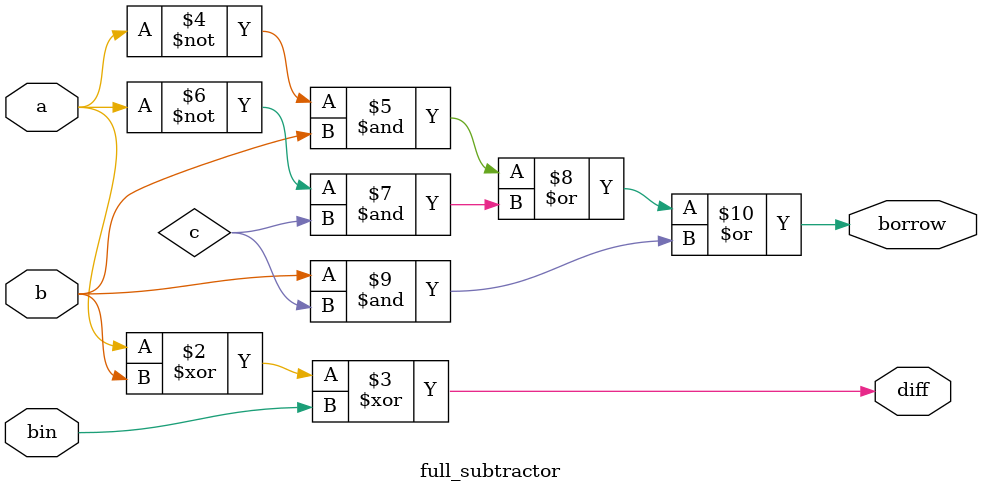
<source format=v>
`timescale 1ns / 1ps

//gate level modelling
/*module full_subtractor(input a,b,bin, output diff,borrow);
wire w1,w2,w3,abar,bbar;
xor(w1,a,b);
xor(diff,w1,bin);
and(w2,abar,b);
and(w3,bbar,bin);
not(abar,a); 
not(bbar,w1);
or(borrow,w3,w2);
endmodule*/

//data flow level of abstration
/*module full_subtractor(input a,b,bin, output diff,borrow);
assign diff=a^b^bin; 
assign borrow=(~a&b)|(~a&c)|(b&c);
endmodule*/

//behavioral level modeliing
module full_subtractor(input a,b,bin, output reg diff,borrow);
always@(*)
begin
diff=a^b^bin; 
borrow=(~a&b)|(~a&c)|(b&c);
end
endmodule
</source>
